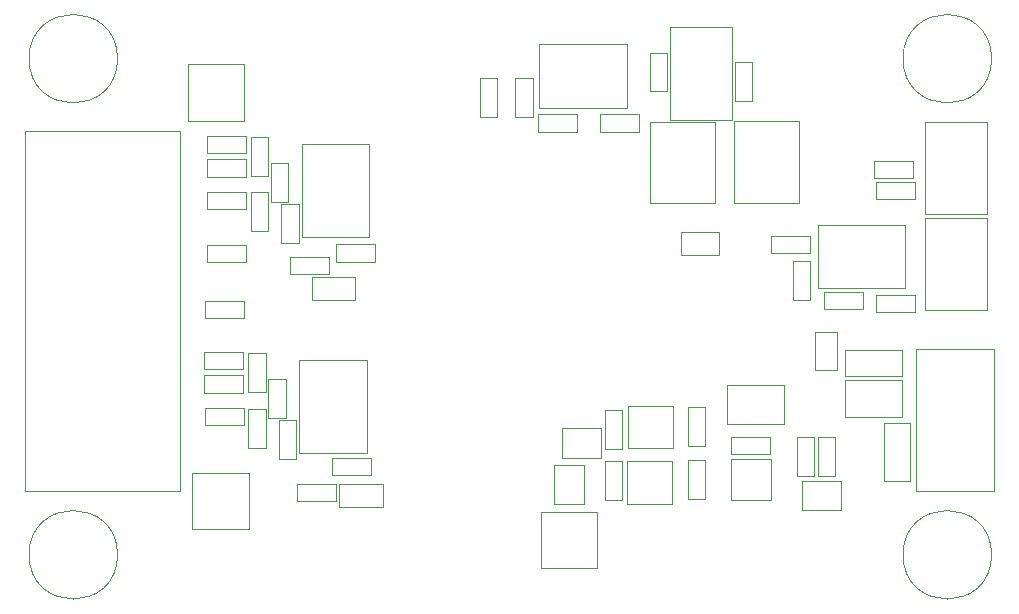
<source format=gbr>
G04 #@! TF.GenerationSoftware,KiCad,Pcbnew,(5.1.5-0)*
G04 #@! TF.CreationDate,2021-08-24T11:58:41-06:00*
G04 #@! TF.ProjectId,2ch-ads,3263682d-6164-4732-9e6b-696361645f70,rev?*
G04 #@! TF.SameCoordinates,Original*
G04 #@! TF.FileFunction,Other,User*
%FSLAX46Y46*%
G04 Gerber Fmt 4.6, Leading zero omitted, Abs format (unit mm)*
G04 Created by KiCad (PCBNEW (5.1.5-0)) date 2021-08-24 11:58:41*
%MOMM*%
%LPD*%
G04 APERTURE LIST*
%ADD10C,0.050000*%
G04 APERTURE END LIST*
D10*
X108125000Y-99520000D02*
X111425000Y-99520000D01*
X108125000Y-100980000D02*
X108125000Y-99520000D01*
X111425000Y-100980000D02*
X108125000Y-100980000D01*
X111425000Y-99520000D02*
X111425000Y-100980000D01*
X136450000Y-83150000D02*
X143850000Y-83150000D01*
X136450000Y-77750000D02*
X136450000Y-83150000D01*
X143850000Y-77750000D02*
X136450000Y-77750000D01*
X143850000Y-83150000D02*
X143850000Y-77750000D01*
X135880000Y-80675000D02*
X135880000Y-83975000D01*
X134420000Y-80675000D02*
X135880000Y-80675000D01*
X134420000Y-83975000D02*
X134420000Y-80675000D01*
X135880000Y-83975000D02*
X134420000Y-83975000D01*
X132880000Y-80675000D02*
X132880000Y-83975000D01*
X131420000Y-80675000D02*
X132880000Y-80675000D01*
X131420000Y-83975000D02*
X131420000Y-80675000D01*
X132880000Y-83975000D02*
X131420000Y-83975000D01*
X154480000Y-79275000D02*
X154480000Y-82575000D01*
X153020000Y-79275000D02*
X154480000Y-79275000D01*
X153020000Y-82575000D02*
X153020000Y-79275000D01*
X154480000Y-82575000D02*
X153020000Y-82575000D01*
X147280000Y-78475000D02*
X147280000Y-81775000D01*
X145820000Y-78475000D02*
X147280000Y-78475000D01*
X145820000Y-81775000D02*
X145820000Y-78475000D01*
X147280000Y-81775000D02*
X145820000Y-81775000D01*
X152750000Y-84150000D02*
X152750000Y-76350000D01*
X147550000Y-84150000D02*
X152750000Y-84150000D01*
X147550000Y-76350000D02*
X147550000Y-84150000D01*
X152750000Y-76350000D02*
X147550000Y-76350000D01*
X116350000Y-86200000D02*
X116350000Y-94100000D01*
X122050000Y-86200000D02*
X122050000Y-94100000D01*
X122050000Y-94100000D02*
X116350000Y-94100000D01*
X122050000Y-86200000D02*
X116350000Y-86200000D01*
X116150000Y-104500000D02*
X116150000Y-112400000D01*
X121850000Y-104500000D02*
X121850000Y-112400000D01*
X121850000Y-112400000D02*
X116150000Y-112400000D01*
X121850000Y-104500000D02*
X116150000Y-104500000D01*
X136375000Y-83720000D02*
X139675000Y-83720000D01*
X136375000Y-85180000D02*
X136375000Y-83720000D01*
X139675000Y-85180000D02*
X136375000Y-85180000D01*
X139675000Y-83720000D02*
X139675000Y-85180000D01*
X144925000Y-85180000D02*
X141625000Y-85180000D01*
X144925000Y-83720000D02*
X144925000Y-85180000D01*
X141625000Y-83720000D02*
X144925000Y-83720000D01*
X141625000Y-85180000D02*
X141625000Y-83720000D01*
X118650000Y-97230000D02*
X115350000Y-97230000D01*
X118650000Y-95770000D02*
X118650000Y-97230000D01*
X115350000Y-95770000D02*
X118650000Y-95770000D01*
X115350000Y-97230000D02*
X115350000Y-95770000D01*
X122575000Y-96180000D02*
X119275000Y-96180000D01*
X122575000Y-94720000D02*
X122575000Y-96180000D01*
X119275000Y-94720000D02*
X122575000Y-94720000D01*
X119275000Y-96180000D02*
X119275000Y-94720000D01*
X116080000Y-91325000D02*
X116080000Y-94625000D01*
X114620000Y-91325000D02*
X116080000Y-91325000D01*
X114620000Y-94625000D02*
X114620000Y-91325000D01*
X116080000Y-94625000D02*
X114620000Y-94625000D01*
X113720000Y-91125000D02*
X113720000Y-87825000D01*
X115180000Y-91125000D02*
X113720000Y-91125000D01*
X115180000Y-87825000D02*
X115180000Y-91125000D01*
X113720000Y-87825000D02*
X115180000Y-87825000D01*
X112020000Y-93625000D02*
X112020000Y-90325000D01*
X113480000Y-93625000D02*
X112020000Y-93625000D01*
X113480000Y-90325000D02*
X113480000Y-93625000D01*
X112020000Y-90325000D02*
X113480000Y-90325000D01*
X112020000Y-88925000D02*
X112020000Y-85625000D01*
X113480000Y-88925000D02*
X112020000Y-88925000D01*
X113480000Y-85625000D02*
X113480000Y-88925000D01*
X112020000Y-85625000D02*
X113480000Y-85625000D01*
X119225000Y-116480000D02*
X115925000Y-116480000D01*
X119225000Y-115020000D02*
X119225000Y-116480000D01*
X115925000Y-115020000D02*
X119225000Y-115020000D01*
X115925000Y-116480000D02*
X115925000Y-115020000D01*
X122225000Y-114280000D02*
X118925000Y-114280000D01*
X122225000Y-112820000D02*
X122225000Y-114280000D01*
X118925000Y-112820000D02*
X122225000Y-112820000D01*
X118925000Y-114280000D02*
X118925000Y-112820000D01*
X115880000Y-109625000D02*
X115880000Y-112925000D01*
X114420000Y-109625000D02*
X115880000Y-109625000D01*
X114420000Y-112925000D02*
X114420000Y-109625000D01*
X115880000Y-112925000D02*
X114420000Y-112925000D01*
X113520000Y-109425000D02*
X113520000Y-106125000D01*
X114980000Y-109425000D02*
X113520000Y-109425000D01*
X114980000Y-106125000D02*
X114980000Y-109425000D01*
X113520000Y-106125000D02*
X114980000Y-106125000D01*
X111820000Y-111925000D02*
X111820000Y-108625000D01*
X113280000Y-111925000D02*
X111820000Y-111925000D01*
X113280000Y-108625000D02*
X113280000Y-111925000D01*
X111820000Y-108625000D02*
X113280000Y-108625000D01*
X111820000Y-107225000D02*
X111820000Y-103925000D01*
X113280000Y-107225000D02*
X111820000Y-107225000D01*
X113280000Y-103925000D02*
X113280000Y-107225000D01*
X111820000Y-103925000D02*
X113280000Y-103925000D01*
X157212500Y-109900000D02*
X152312500Y-109900000D01*
X157212500Y-106600000D02*
X157212500Y-109900000D01*
X152312500Y-106600000D02*
X157212500Y-106600000D01*
X152312500Y-109900000D02*
X152312500Y-106600000D01*
X136560000Y-122140000D02*
X136560000Y-117360000D01*
X141340000Y-122140000D02*
X141340000Y-117360000D01*
X136560000Y-117360000D02*
X141340000Y-117360000D01*
X136560000Y-122140000D02*
X141340000Y-122140000D01*
X164925000Y-89420000D02*
X168225000Y-89420000D01*
X164925000Y-90880000D02*
X164925000Y-89420000D01*
X168225000Y-90880000D02*
X164925000Y-90880000D01*
X168225000Y-89420000D02*
X168225000Y-90880000D01*
X164800000Y-87620000D02*
X168100000Y-87620000D01*
X164800000Y-89080000D02*
X164800000Y-87620000D01*
X168100000Y-89080000D02*
X164800000Y-89080000D01*
X168100000Y-87620000D02*
X168100000Y-89080000D01*
X140200000Y-113400000D02*
X140200000Y-116700000D01*
X140200000Y-113400000D02*
X137700000Y-113400000D01*
X137700000Y-116700000D02*
X140200000Y-116700000D01*
X137700000Y-116700000D02*
X137700000Y-113400000D01*
X141700000Y-112800000D02*
X138400000Y-112800000D01*
X141700000Y-112800000D02*
X141700000Y-110300000D01*
X138400000Y-110300000D02*
X138400000Y-112800000D01*
X138400000Y-110300000D02*
X141700000Y-110300000D01*
X106690000Y-84270000D02*
X106690000Y-79490000D01*
X111470000Y-84270000D02*
X111470000Y-79490000D01*
X106690000Y-79490000D02*
X111470000Y-79490000D01*
X106690000Y-84270000D02*
X111470000Y-84270000D01*
X107060000Y-118840000D02*
X107060000Y-114060000D01*
X111840000Y-118840000D02*
X111840000Y-114060000D01*
X107060000Y-114060000D02*
X111840000Y-114060000D01*
X107060000Y-118840000D02*
X111840000Y-118840000D01*
X160600000Y-98720000D02*
X163900000Y-98720000D01*
X160600000Y-100180000D02*
X160600000Y-98720000D01*
X163900000Y-100180000D02*
X160600000Y-100180000D01*
X163900000Y-98720000D02*
X163900000Y-100180000D01*
X168275000Y-100480000D02*
X164975000Y-100480000D01*
X168275000Y-99020000D02*
X168275000Y-100480000D01*
X164975000Y-99020000D02*
X168275000Y-99020000D01*
X164975000Y-100480000D02*
X164975000Y-99020000D01*
X160050000Y-98450000D02*
X167450000Y-98450000D01*
X160050000Y-93050000D02*
X160050000Y-98450000D01*
X167450000Y-93050000D02*
X160050000Y-93050000D01*
X167450000Y-98450000D02*
X167450000Y-93050000D01*
X147750000Y-108400000D02*
X147750000Y-112000000D01*
X143950000Y-108400000D02*
X147750000Y-108400000D01*
X143950000Y-112000000D02*
X143950000Y-108400000D01*
X147750000Y-112000000D02*
X143950000Y-112000000D01*
X147650000Y-113060000D02*
X147650000Y-116660000D01*
X143850000Y-113060000D02*
X147650000Y-113060000D01*
X143850000Y-116660000D02*
X143850000Y-113060000D01*
X147650000Y-116660000D02*
X143850000Y-116660000D01*
X152725000Y-111020000D02*
X156025000Y-111020000D01*
X152725000Y-112480000D02*
X152725000Y-111020000D01*
X156025000Y-112480000D02*
X152725000Y-112480000D01*
X156025000Y-111020000D02*
X156025000Y-112480000D01*
X162300000Y-106170000D02*
X167200000Y-106170000D01*
X162300000Y-109330000D02*
X162300000Y-106170000D01*
X167200000Y-109330000D02*
X162300000Y-109330000D01*
X167200000Y-106170000D02*
X167200000Y-109330000D01*
X169150000Y-100280000D02*
X174350000Y-100280000D01*
X174350000Y-100280000D02*
X174350000Y-92480000D01*
X174350000Y-92480000D02*
X169150000Y-92480000D01*
X169150000Y-92480000D02*
X169150000Y-100280000D01*
X174350000Y-84350000D02*
X169150000Y-84350000D01*
X169150000Y-84350000D02*
X169150000Y-92150000D01*
X169150000Y-92150000D02*
X174350000Y-92150000D01*
X174350000Y-92150000D02*
X174350000Y-84350000D01*
X143480000Y-108725000D02*
X143480000Y-112025000D01*
X142020000Y-108725000D02*
X143480000Y-108725000D01*
X142020000Y-112025000D02*
X142020000Y-108725000D01*
X143480000Y-112025000D02*
X142020000Y-112025000D01*
X143480000Y-113100000D02*
X143480000Y-116400000D01*
X142020000Y-113100000D02*
X143480000Y-113100000D01*
X142020000Y-116400000D02*
X142020000Y-113100000D01*
X143480000Y-116400000D02*
X142020000Y-116400000D01*
X150480000Y-112975000D02*
X150480000Y-116275000D01*
X149020000Y-112975000D02*
X150480000Y-112975000D01*
X149020000Y-116275000D02*
X149020000Y-112975000D01*
X150480000Y-116275000D02*
X149020000Y-116275000D01*
X150480000Y-108475000D02*
X150480000Y-111775000D01*
X149020000Y-108475000D02*
X150480000Y-108475000D01*
X149020000Y-111775000D02*
X149020000Y-108475000D01*
X150480000Y-111775000D02*
X149020000Y-111775000D01*
X167870000Y-109812500D02*
X167870000Y-114712500D01*
X165630000Y-109812500D02*
X167870000Y-109812500D01*
X165630000Y-114712500D02*
X165630000Y-109812500D01*
X167870000Y-114712500D02*
X165630000Y-114712500D01*
X167200000Y-105870000D02*
X162300000Y-105870000D01*
X167200000Y-103630000D02*
X167200000Y-105870000D01*
X162300000Y-103630000D02*
X167200000Y-103630000D01*
X162300000Y-105870000D02*
X162300000Y-103630000D01*
X159405000Y-96150000D02*
X159405000Y-99450000D01*
X157945000Y-96150000D02*
X159405000Y-96150000D01*
X157945000Y-99450000D02*
X157945000Y-96150000D01*
X159405000Y-99450000D02*
X157945000Y-99450000D01*
X159400000Y-95480000D02*
X156100000Y-95480000D01*
X159400000Y-94020000D02*
X159400000Y-95480000D01*
X156100000Y-94020000D02*
X159400000Y-94020000D01*
X156100000Y-95480000D02*
X156100000Y-94020000D01*
X174970000Y-115580000D02*
X168370000Y-115580000D01*
X168370000Y-103550000D02*
X168370000Y-115580000D01*
X174970000Y-103550000D02*
X168370000Y-103550000D01*
X174970000Y-103550000D02*
X174970000Y-115580000D01*
X152650000Y-116400000D02*
X152650000Y-112900000D01*
X156050000Y-116400000D02*
X152650000Y-116400000D01*
X156050000Y-112900000D02*
X156050000Y-116400000D01*
X152650000Y-112900000D02*
X156050000Y-112900000D01*
X158700000Y-114750000D02*
X162000000Y-114750000D01*
X158700000Y-114750000D02*
X158700000Y-117250000D01*
X162000000Y-117250000D02*
X162000000Y-114750000D01*
X162000000Y-117250000D02*
X158700000Y-117250000D01*
X152950000Y-91200000D02*
X152950000Y-84300000D01*
X158450000Y-91200000D02*
X152950000Y-91200000D01*
X158450000Y-84300000D02*
X158450000Y-91200000D01*
X152950000Y-84300000D02*
X158450000Y-84300000D01*
X145850000Y-91250000D02*
X145850000Y-84350000D01*
X151350000Y-91250000D02*
X145850000Y-91250000D01*
X151350000Y-84350000D02*
X151350000Y-91250000D01*
X145850000Y-84350000D02*
X151350000Y-84350000D01*
X159800000Y-105350000D02*
X161700000Y-105350000D01*
X161700000Y-105350000D02*
X161700000Y-102150000D01*
X159800000Y-102150000D02*
X161700000Y-102150000D01*
X159800000Y-105350000D02*
X159800000Y-102150000D01*
X151650000Y-95600000D02*
X151650000Y-93700000D01*
X151650000Y-93700000D02*
X148450000Y-93700000D01*
X148450000Y-95600000D02*
X148450000Y-93700000D01*
X151650000Y-95600000D02*
X148450000Y-95600000D01*
X160070000Y-114300000D02*
X160070000Y-111000000D01*
X161530000Y-114300000D02*
X160070000Y-114300000D01*
X161530000Y-111000000D02*
X161530000Y-114300000D01*
X160070000Y-111000000D02*
X161530000Y-111000000D01*
X158270000Y-114300000D02*
X158270000Y-111000000D01*
X159730000Y-114300000D02*
X158270000Y-114300000D01*
X159730000Y-111000000D02*
X159730000Y-114300000D01*
X158270000Y-111000000D02*
X159730000Y-111000000D01*
X117175000Y-97500000D02*
X120875000Y-97500000D01*
X117175000Y-99400000D02*
X117175000Y-97500000D01*
X120875000Y-99400000D02*
X117175000Y-99400000D01*
X120875000Y-97500000D02*
X120875000Y-99400000D01*
X119525000Y-115025000D02*
X123225000Y-115025000D01*
X119525000Y-116925000D02*
X119525000Y-115025000D01*
X123225000Y-116925000D02*
X119525000Y-116925000D01*
X123225000Y-115025000D02*
X123225000Y-116925000D01*
X108318000Y-90270000D02*
X111618000Y-90270000D01*
X108318000Y-91730000D02*
X108318000Y-90270000D01*
X111618000Y-91730000D02*
X108318000Y-91730000D01*
X111618000Y-90270000D02*
X111618000Y-91730000D01*
X108286000Y-87520000D02*
X111586000Y-87520000D01*
X108286000Y-88980000D02*
X108286000Y-87520000D01*
X111586000Y-88980000D02*
X108286000Y-88980000D01*
X111586000Y-87520000D02*
X111586000Y-88980000D01*
X111618000Y-96230000D02*
X108318000Y-96230000D01*
X111618000Y-94770000D02*
X111618000Y-96230000D01*
X108318000Y-94770000D02*
X111618000Y-94770000D01*
X108318000Y-96230000D02*
X108318000Y-94770000D01*
X108118000Y-108570000D02*
X111418000Y-108570000D01*
X108118000Y-110030000D02*
X108118000Y-108570000D01*
X111418000Y-110030000D02*
X108118000Y-110030000D01*
X111418000Y-108570000D02*
X111418000Y-110030000D01*
X108086000Y-105820000D02*
X111386000Y-105820000D01*
X108086000Y-107280000D02*
X108086000Y-105820000D01*
X111386000Y-107280000D02*
X108086000Y-107280000D01*
X111386000Y-105820000D02*
X111386000Y-107280000D01*
X111400000Y-105280000D02*
X108100000Y-105280000D01*
X111400000Y-103820000D02*
X111400000Y-105280000D01*
X108100000Y-103820000D02*
X111400000Y-103820000D01*
X108100000Y-105280000D02*
X108100000Y-103820000D01*
X111650000Y-86980000D02*
X108350000Y-86980000D01*
X111650000Y-85520000D02*
X111650000Y-86980000D01*
X108350000Y-85520000D02*
X111650000Y-85520000D01*
X108350000Y-86980000D02*
X108350000Y-85520000D01*
X106043000Y-85091000D02*
X106043000Y-115571000D01*
X106043000Y-85091000D02*
X92873000Y-85091000D01*
X92873000Y-115571000D02*
X106043000Y-115571000D01*
X92873000Y-115571000D02*
X92873000Y-85091000D01*
X100750000Y-79000000D02*
G75*
G03X100750000Y-79000000I-3750000J0D01*
G01*
X174750000Y-79000000D02*
G75*
G03X174750000Y-79000000I-3750000J0D01*
G01*
X100750000Y-121000000D02*
G75*
G03X100750000Y-121000000I-3750000J0D01*
G01*
X174750000Y-121000000D02*
G75*
G03X174750000Y-121000000I-3750000J0D01*
G01*
M02*

</source>
